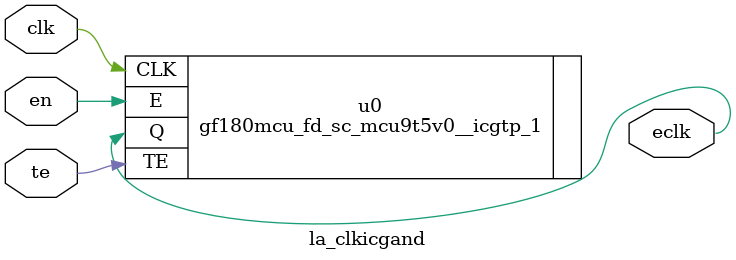
<source format=v>

module la_clkicgand #(
    parameter PROP = "DEFAULT"
) (
    input  clk,  // clock input
    input  te,   // test enable
    input  en,   // enable (from positive edge FF)
    output eclk  // enabled clock output
);

  // reg en_stable;

  // always @(clk or en or te) if (~clk) en_stable <= en | te;

  // assign eclk = clk & en_stable;

  gf180mcu_fd_sc_mcu9t5v0__icgtp_1 u0 (
      .CLK(clk),
      .E  (en),
      .TE (te),
      .Q  (eclk)
  );

endmodule

</source>
